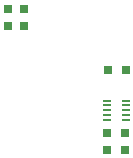
<source format=gbr>
G04 #@! TF.GenerationSoftware,KiCad,Pcbnew,(6.0.1-0)*
G04 #@! TF.CreationDate,2022-09-26T15:25:48+02:00*
G04 #@! TF.ProjectId,avrCubeRev2,61767243-7562-4655-9265-76322e6b6963,rev?*
G04 #@! TF.SameCoordinates,Original*
G04 #@! TF.FileFunction,Paste,Bot*
G04 #@! TF.FilePolarity,Positive*
%FSLAX46Y46*%
G04 Gerber Fmt 4.6, Leading zero omitted, Abs format (unit mm)*
G04 Created by KiCad (PCBNEW (6.0.1-0)) date 2022-09-26 15:25:48*
%MOMM*%
%LPD*%
G01*
G04 APERTURE LIST*
%ADD10R,0.750000X0.800000*%
%ADD11R,0.800000X0.750000*%
%ADD12R,0.700000X0.250000*%
G04 APERTURE END LIST*
D10*
X68603000Y-76750000D03*
X68603000Y-78250000D03*
X70000000Y-76750000D03*
X70000000Y-78250000D03*
D11*
X77050000Y-87300000D03*
X78550000Y-87300000D03*
X77050000Y-88697000D03*
X78550000Y-88697000D03*
D12*
X77051000Y-86144000D03*
X77051000Y-85744000D03*
X77051000Y-85344000D03*
X77051000Y-84944000D03*
X77051000Y-84544000D03*
X78651000Y-84544000D03*
X78651000Y-84944000D03*
X78651000Y-85344000D03*
X78651000Y-85744000D03*
X78651000Y-86144000D03*
D11*
X77101000Y-81915000D03*
X78601000Y-81915000D03*
M02*

</source>
